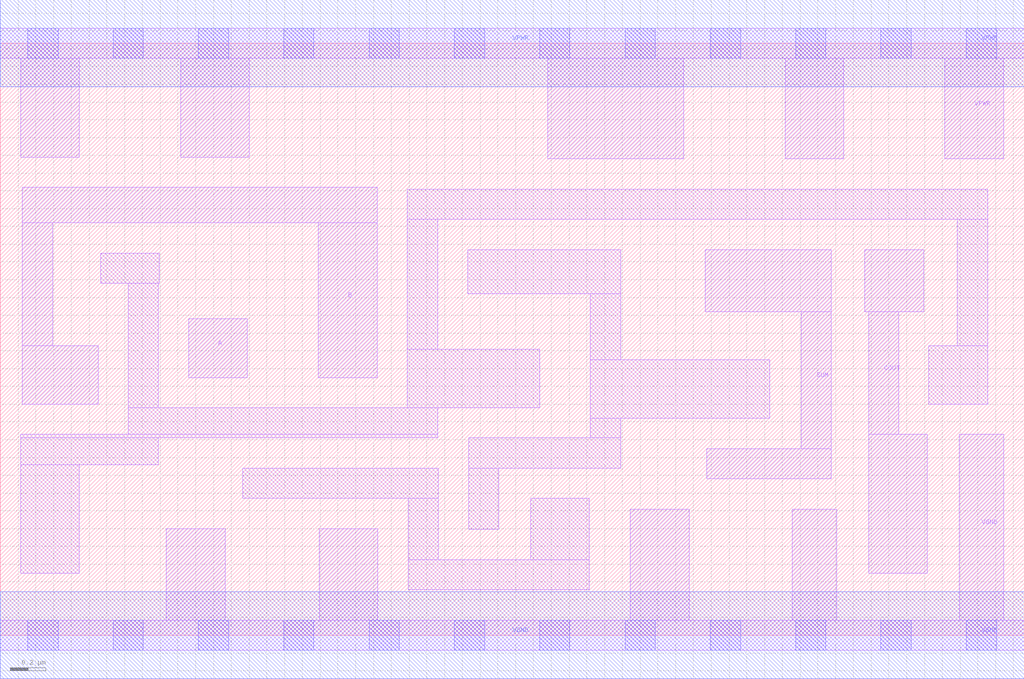
<source format=lef>
# Copyright 2020 The SkyWater PDK Authors
#
# Licensed under the Apache License, Version 2.0 (the "License");
# you may not use this file except in compliance with the License.
# You may obtain a copy of the License at
#
#     https://www.apache.org/licenses/LICENSE-2.0
#
# Unless required by applicable law or agreed to in writing, software
# distributed under the License is distributed on an "AS IS" BASIS,
# WITHOUT WARRANTIES OR CONDITIONS OF ANY KIND, either express or implied.
# See the License for the specific language governing permissions and
# limitations under the License.
#
# SPDX-License-Identifier: Apache-2.0

VERSION 5.7 ;
  NAMESCASESENSITIVE ON ;
  NOWIREEXTENSIONATPIN ON ;
  DIVIDERCHAR "/" ;
  BUSBITCHARS "[]" ;
UNITS
  DATABASE MICRONS 200 ;
END UNITS
MACRO sky130_fd_sc_ms__ha_2
  CLASS CORE ;
  SOURCE USER ;
  FOREIGN sky130_fd_sc_ms__ha_2 ;
  ORIGIN  0.000000  0.000000 ;
  SIZE  5.760000 BY  3.330000 ;
  SYMMETRY X Y ;
  SITE unit ;
  PIN A
    ANTENNAGATEAREA  0.582000 ;
    DIRECTION INPUT ;
    USE SIGNAL ;
    PORT
      LAYER li1 ;
        RECT 1.060000 1.450000 1.390000 1.780000 ;
    END
  END A
  PIN B
    ANTENNAGATEAREA  0.582000 ;
    DIRECTION INPUT ;
    USE SIGNAL ;
    PORT
      LAYER li1 ;
        RECT 0.125000 1.300000 0.550000 1.630000 ;
        RECT 0.125000 1.630000 0.295000 2.320000 ;
        RECT 0.125000 2.320000 2.120000 2.520000 ;
        RECT 1.790000 1.450000 2.120000 2.320000 ;
    END
  END B
  PIN COUT
    ANTENNADIFFAREA  0.509600 ;
    DIRECTION OUTPUT ;
    USE SIGNAL ;
    PORT
      LAYER li1 ;
        RECT 4.865000 1.820000 5.195000 2.170000 ;
        RECT 4.885000 0.350000 5.215000 1.130000 ;
        RECT 4.885000 1.130000 5.055000 1.820000 ;
    END
  END COUT
  PIN SUM
    ANTENNADIFFAREA  0.546600 ;
    DIRECTION OUTPUT ;
    USE SIGNAL ;
    PORT
      LAYER li1 ;
        RECT 3.965000 1.820000 4.675000 2.170000 ;
        RECT 3.975000 0.880000 4.675000 1.050000 ;
        RECT 4.505000 1.050000 4.675000 1.820000 ;
    END
  END SUM
  PIN VGND
    DIRECTION INOUT ;
    USE GROUND ;
    PORT
      LAYER li1 ;
        RECT 0.000000 -0.085000 5.760000 0.085000 ;
        RECT 0.935000  0.085000 1.265000 0.600000 ;
        RECT 1.795000  0.085000 2.125000 0.600000 ;
        RECT 3.545000  0.085000 3.875000 0.710000 ;
        RECT 4.455000  0.085000 4.705000 0.710000 ;
        RECT 5.395000  0.085000 5.645000 1.130000 ;
      LAYER mcon ;
        RECT 0.155000 -0.085000 0.325000 0.085000 ;
        RECT 0.635000 -0.085000 0.805000 0.085000 ;
        RECT 1.115000 -0.085000 1.285000 0.085000 ;
        RECT 1.595000 -0.085000 1.765000 0.085000 ;
        RECT 2.075000 -0.085000 2.245000 0.085000 ;
        RECT 2.555000 -0.085000 2.725000 0.085000 ;
        RECT 3.035000 -0.085000 3.205000 0.085000 ;
        RECT 3.515000 -0.085000 3.685000 0.085000 ;
        RECT 3.995000 -0.085000 4.165000 0.085000 ;
        RECT 4.475000 -0.085000 4.645000 0.085000 ;
        RECT 4.955000 -0.085000 5.125000 0.085000 ;
        RECT 5.435000 -0.085000 5.605000 0.085000 ;
      LAYER met1 ;
        RECT 0.000000 -0.245000 5.760000 0.245000 ;
    END
  END VGND
  PIN VPWR
    DIRECTION INOUT ;
    USE POWER ;
    PORT
      LAYER li1 ;
        RECT 0.000000 3.245000 5.760000 3.415000 ;
        RECT 0.115000 2.690000 0.445000 3.245000 ;
        RECT 1.015000 2.690000 1.400000 3.245000 ;
        RECT 3.080000 2.680000 3.845000 3.245000 ;
        RECT 4.415000 2.680000 4.745000 3.245000 ;
        RECT 5.315000 2.680000 5.645000 3.245000 ;
      LAYER mcon ;
        RECT 0.155000 3.245000 0.325000 3.415000 ;
        RECT 0.635000 3.245000 0.805000 3.415000 ;
        RECT 1.115000 3.245000 1.285000 3.415000 ;
        RECT 1.595000 3.245000 1.765000 3.415000 ;
        RECT 2.075000 3.245000 2.245000 3.415000 ;
        RECT 2.555000 3.245000 2.725000 3.415000 ;
        RECT 3.035000 3.245000 3.205000 3.415000 ;
        RECT 3.515000 3.245000 3.685000 3.415000 ;
        RECT 3.995000 3.245000 4.165000 3.415000 ;
        RECT 4.475000 3.245000 4.645000 3.415000 ;
        RECT 4.955000 3.245000 5.125000 3.415000 ;
        RECT 5.435000 3.245000 5.605000 3.415000 ;
      LAYER met1 ;
        RECT 0.000000 3.085000 5.760000 3.575000 ;
    END
  END VPWR
  OBS
    LAYER li1 ;
      RECT 0.115000 0.350000 0.445000 0.960000 ;
      RECT 0.115000 0.960000 0.890000 1.110000 ;
      RECT 0.115000 1.110000 2.460000 1.130000 ;
      RECT 0.565000 1.980000 0.895000 2.150000 ;
      RECT 0.720000 1.130000 2.460000 1.280000 ;
      RECT 0.720000 1.280000 0.890000 1.980000 ;
      RECT 1.365000 0.770000 2.465000 0.940000 ;
      RECT 2.290000 1.280000 3.035000 1.610000 ;
      RECT 2.290000 1.610000 2.460000 2.340000 ;
      RECT 2.290000 2.340000 5.555000 2.510000 ;
      RECT 2.295000 0.255000 3.315000 0.425000 ;
      RECT 2.295000 0.425000 2.465000 0.770000 ;
      RECT 2.630000 1.920000 3.490000 2.170000 ;
      RECT 2.635000 0.595000 2.805000 0.940000 ;
      RECT 2.635000 0.940000 3.490000 1.110000 ;
      RECT 2.985000 0.425000 3.315000 0.770000 ;
      RECT 3.320000 1.110000 3.490000 1.220000 ;
      RECT 3.320000 1.220000 4.330000 1.550000 ;
      RECT 3.320000 1.550000 3.490000 1.920000 ;
      RECT 5.225000 1.300000 5.555000 1.630000 ;
      RECT 5.385000 1.630000 5.555000 2.340000 ;
  END
END sky130_fd_sc_ms__ha_2

</source>
